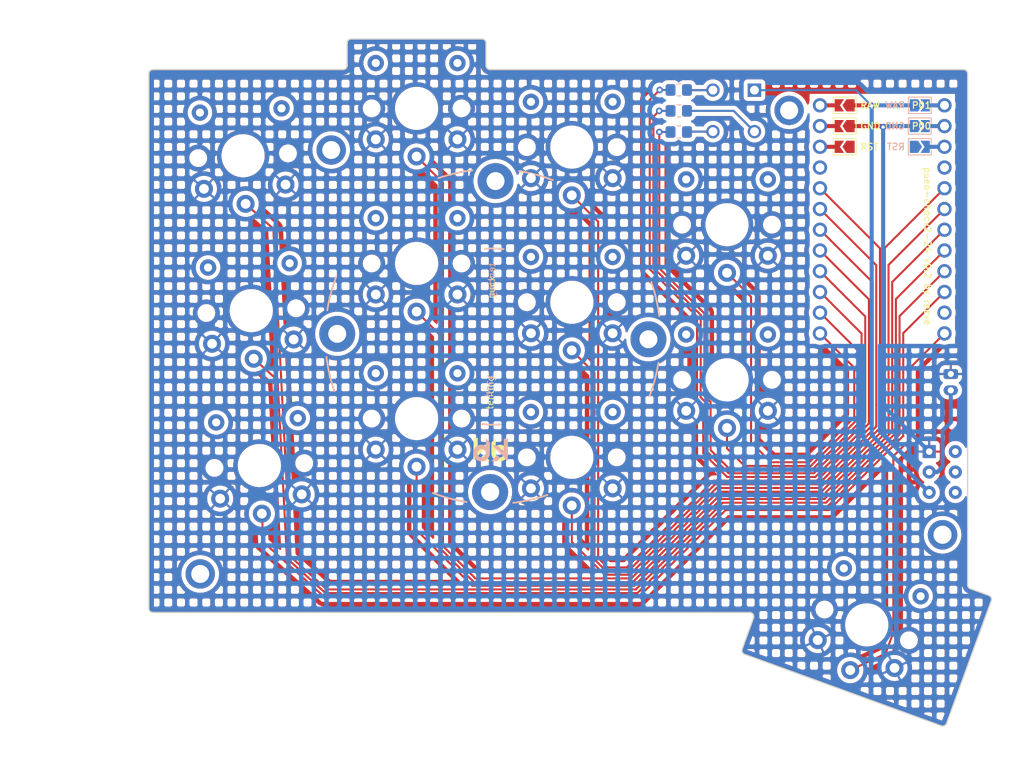
<source format=kicad_pcb>
(kicad_pcb (version 20240108) (generator "pcbnew") (generator_version "8.0")
  (title_block (title "pueo") (rev "0.1") (company "grassfedreeve"))
  (layers (0 "F.Cu" signal) (31 "B.Cu" signal) (34 "B.Paste" user) (35 "F.Paste" user) (36 "B.SilkS" user "B.Silkscreen") (37 "F.SilkS" user "F.Silkscreen") (38 "B.Mask" user) (39 "F.Mask" user) (44 "Edge.Cuts" user))
  (net 0 "")
  (net 1 "P2")
  (net 2 "P6")
  (net 3 "P4")
  (net 4 "P3")
  (net 5 "P5")
  (net 6 "P7")
  (net 7 "P8")
  (net 8 "RAW")
  (net 9 "GND")
  (net 10 "RST")
  (net 11 "P21")
  (net 12 "P20")
  (net 13 "P19")
  (net 14 "P18")
  (net 15 "P15")
  (net 16 "P14")
  (net 17 "P16")
  (net 18 "P10")
  (net 19 "P9")
  (footprint "trochilidae:ChocV2SimpleReversible" (layer "F.Cu") (at 114.654126 66.312127 3)
    (property "Reference" "S4" (hide yes))
    (property "Value" "" (hide yes))
  )
  (footprint "trochilidae:ChocV2SimpleReversible" (layer "F.Cu") (at 190.991616 123.778467 -20)
    (property "Reference" "S13" (hide yes))
    (property "Value" "" (hide yes))
  )
  (footprint "Resistor_SMD:R_0805_2012Metric_Pad1.20x1.40mm_HandSolder" (layer "F.Cu") (at 167.981278 58.254488)
    (property "Reference" "REF**" (hide yes))
    (property "Value" "R_0805_2012Metric_Pad1.20x1.40mm_HandSolder")
  )
  (footprint "trochilidae:ChocV2SimpleReversible" (layer "F.Cu") (at 154.891617 103.258466)
    (property "Reference" "S8" (hide yes))
    (property "Value" "" (hide yes))
  )
  (footprint "" (layer "F.Cu") (at 201.2827 95.04847)
    (property "Reference" "")
    (property "Value" "")
  )
  (footprint "trochilidae:ChocV2SimpleReversible" (layer "F.Cu") (at 115.648508 85.286084 3)
    (property "Reference" "S3" (hide yes))
    (property "Value" "" (hide yes))
  )
  (footprint "trochilidae:ChocV2SimpleReversible" (layer "F.Cu") (at 135.891616 98.50847)
    (property "Reference" "S5" (hide yes))
    (property "Value" "" (hide yes))
  )
  (footprint "" (layer "F.Cu") (at 144.891617 107.508466)
    (property "Reference" "")
    (property "Value" "")
  )
  (footprint "trochilidae:M2MountingHoleSimple" (layer "F.Cu") (at 109.402834 117.541819)
    (property "Reference" "REF**" (hide yes))
    (property "Value" "Val**" (hide yes))
  )
  (footprint "Resistor_SMD:R_0805_2012Metric_Pad1.20x1.40mm_HandSolder" (layer "F.Cu") (at 167.981278 60.817944)
    (property "Reference" "REF**" (hide yes))
    (property "Value" "R_0805_2012Metric_Pad1.20x1.40mm_HandSolder")
  )
  (footprint "trochilidae:ChocV2SimpleReversible" (layer "F.Cu") (at 173.891619 74.758469)
    (property "Reference" "S12" (hide yes))
    (property "Value" "" (hide yes))
  )
  (footprint "trochilidae:M2MountingHoleSimple" (layer "F.Cu") (at 125.439323 65.61308)
    (property "Reference" "REF**" (hide yes))
    (property "Value" "Val**" (hide yes))
  )
  (footprint "" (layer "F.Cu") (at 201.282701 93.048471)
    (property "Reference" "")
    (property "Value" "")
  )
  (footprint "trochilidae:ChocV2SimpleReversible" (layer "F.Cu") (at 173.891617 93.758465)
    (property "Reference" "S11" (hide yes))
    (property "Value" "" (hide yes))
  )
  (footprint "trochilidae:ChocV2SimpleReversible" (layer "F.Cu") (at 154.891618 65.258469)
    (property "Reference" "S10" (hide yes))
    (property "Value" "" (hide yes))
  )
  (footprint "trochilidae:M2MountingHoleSimple" (layer "F.Cu") (at 181.491618 60.758466)
    (property "Reference" "REF**" (hide yes))
    (property "Value" "Val**" (hide yes))
  )
  (footprint "trochilidae:ProMicroSimpleJumper" (layer "F.Cu") (at 192.891618 74.108468 -90)
    (property "Reference" "MCU1" (hide yes))
    (property "Value" "" (hide yes))
  )
  (footprint "trochilidae:ChocV2SimpleReversible" (layer "F.Cu") (at 135.891615 79.508466)
    (property "Reference" "S6" (hide yes))
    (property "Value" "" (hide yes))
  )
  (footprint "trochilidae:ChocV2SimpleReversible" (layer "F.Cu") (at 116.642893 104.260046 3)
    (property "Reference" "S2" (hide yes))
    (property "Value" "" (hide yes))
  )
  (footprint "trochilidae:ChocV2SimpleReversible" (layer "F.Cu") (at 135.891618 60.508467)
    (property "Reference" "S7" (hide yes))
    (property "Value" "" (hide yes))
  )
  (footprint "Resistor_SMD:R_0805_2012Metric_Pad1.20x1.40mm_HandSolder" (layer "F.Cu") (at 167.981279 63.404489)
    (property "Reference" "REF**" (hide yes))
    (property "Value" "R_0805_2012Metric_Pad1.20x1.40mm_HandSolder")
  )
  (footprint "trochilidae:M2MountingHoleSimple" (layer "F.Cu") (at 200.274472 112.742162)
    (property "Reference" "REF**" (hide yes))
    (property "Value" "Val**" (hide yes))
  )
  (footprint "trochilidae:Tenting_Puck2" (layer "F.Cu") (at 145.224085 88.461367 -1)
    (property "Reference" "REF**" (hide yes))
    (property "Value" "Tenting Puck" (hide yes))
  )
  (footprint "" (layer "F.Cu") (at 200.274472 112.742162)
    (property "Reference" "")
    (property "Value" "")
  )
  (footprint "trochilidae:LED_1451" (layer "F.Cu") (at 174.70814 60.817938 -90)
    (property "Reference" "REF**" (hide yes))
    (property "Value" "LED_1451")
  )
  (footprint "trochilidae:ChocV2SimpleReversible" (layer "F.Cu") (at 154.891619 84.258469)
    (property "Reference" "S9" (hide yes))
    (property "Value" "" (hide yes))
  )
  (footprint "Resistor_SMD:R_0805_2012Metric_Pad1.20x1.40mm_HandSolder" (layer "B.Cu") (at 167.981278 58.254488 180)
    (property "Reference" "REF**" (hide yes))
    (property "Value" "R_0805_2012Metric_Pad1.20x1.40mm_HandSolder")
  )
  (footprint "Resistor_SMD:R_0805_2012Metric_Pad1.20x1.40mm_HandSolder" (layer "B.Cu") (at 167.981279 63.404489 180)
    (property "Reference" "REF**" (hide yes))
    (property "Value" "R_0805_2012Metric_Pad1.20x1.40mm_HandSolder")
  )
  (footprint "Button_Switch_THT:SW_E-Switch_EG1271_SPDT" (layer "B.Cu") (at 198.638611 102.553469 -90)
    (property "Reference" "on/off" (hide yes))
    (property "Value" "SW_E-Switch_EG1271_SPDT" (hide yes))
  )
  (footprint "Resistor_SMD:R_0805_2012Metric_Pad1.20x1.40mm_HandSolder" (layer "B.Cu") (at 167.981278 60.817944 180)
    (property "Reference" "REF**" (hide yes))
    (property "Value" "R_0805_2012Metric_Pad1.20x1.40mm_HandSolder")
  )
  (gr_arc (start 127.391617 52.508462) (mid 127.538066 52.154904) (end 127.891618 52.008467) (stroke (width 0.15)) (layer "Edge.Cuts"))
  (gr_line (start 205.937191 120.172699) (end 203.670607 119.347735) (stroke (width 0.15)) (layer "Edge.Cuts"))
  (gr_arc (start 127.391617 55.258467) (mid 127.245171 55.612014) (end 126.891616 55.75847) (stroke (width 0.15)) (layer "Edge.Cuts"))
  (gr_line (start 203.341619 118.877887) (end 203.341618 56.258468) (stroke (width 0.15)) (layer "Edge.Cuts"))
  (gr_arc (start 103.116618 56.258467) (mid 103.263065 55.904907) (end 103.616618 55.758466) (stroke (width 0.15)) (layer "Edge.Cuts"))
  (gr_arc (start 200.763705 135.848639) (mid 200.505172 136.130813) (end 200.122846 136.147473) (stroke (width 0.15)) (layer "Edge.Cuts"))
  (gr_arc (start 144.891616 55.758467) (mid 144.538086 55.612007) (end 144.391618 55.258466) (stroke (width 0.15)) (layer "Edge.Cuts"))
  (gr_line (start 177.135354 122.92948) (end 175.747211 126.74338) (stroke (width 0.15)) (layer "Edge.Cuts"))
  (gr_arc (start 202.841618 55.758469) (mid 203.195189 55.904912) (end 203.341618 56.258468) (stroke (width 0.15)) (layer "Edge.Cuts"))
  (gr_line (start 143.891619 52.008471) (end 127.891618 52.008467) (stroke (width 0.15)) (layer "Edge.Cuts"))
  (gr_line (start 126.891616 55.75847) (end 103.616618 55.758466) (stroke (width 0.15)) (layer "Edge.Cuts"))
  (gr_line (start 103.116618 114.536918) (end 103.116617 121.758467) (stroke (width 0.15)) (layer "Edge.Cuts"))
  (gr_line (start 144.391618 55.258466) (end 144.391617 52.508469) (stroke (width 0.15)) (layer "Edge.Cuts"))
  (gr_arc (start 176.046045 127.384233) (mid 175.76389 127.125697) (end 175.747211 126.74338) (stroke (width 0.15)) (layer "Edge.Cuts"))
  (gr_line (start 200.763705 135.848639) (end 206.236028 120.813557) (stroke (width 0.15)) (layer "Edge.Cuts"))
  (gr_line (start 176.046045 127.384233) (end 200.122846 136.147473) (stroke (width 0.15)) (layer "Edge.Cuts"))
  (gr_line (start 202.841618 55.758469) (end 144.891616 55.758467) (stroke (width 0.15)) (layer "Edge.Cuts"))
  (gr_arc (start 176.665508 122.258469) (mid 177.075122 122.47167) (end 177.135354 122.92948) (stroke (width 0.15)) (layer "Edge.Cuts"))
  (gr_line (start 103.616618 122.258466) (end 176.665508 122.258469) (stroke (width 0.15)) (layer "Edge.Cuts"))
  (gr_line (start 103.116618 56.258467) (end 103.116618 114.536918) (stroke (width 0.15)) (layer "Edge.Cuts"))
  (gr_arc (start 103.616618 122.258466) (mid 103.263089 122.112008) (end 103.116617 121.758467) (stroke (width 0.15)) (layer "Edge.Cuts"))
  (gr_arc (start 205.937192 120.172699) (mid 206.219333 120.431242) (end 206.236027 120.813558) (stroke (width 0.15)) (layer "Edge.Cuts"))
  (gr_arc (start 203.670607 119.347735) (mid 203.432051 119.164674) (end 203.341619 118.877887) (stroke (width 0.15)) (layer "Edge.Cuts"))
  (gr_arc (start 143.891619 52.008471) (mid 144.245193 52.154905) (end 144.391617 52.508469) (stroke (width 0.15)) (layer "Edge.Cuts"))
  (gr_line (start 127.391617 52.508462) (end 127.391617 55.258467) (stroke (width 0.15)) (layer "Edge.Cuts"))
  (gr_text "pueo-chocv2-24 v0.2 by reeve\n\n\n" (at 195.4 67.6 270) (layer "F.SilkS") (effects (font (size 0.8 0.8)) (justify left bottom)))
  (segment (start 172.168143 58.277938) (end 169.004727 58.277939) (width 0.25) (layer "F.Cu") (net 0))
  (segment (start 172.168141 63.357939) (end 169.027834 63.357941) (width 0.25) (layer "F.Cu") (net 0))
  (segment (start 174.70814 60.817938) (end 168.98128 60.817945) (width 0.25) (layer "F.Cu") (net 0))
  (segment (start 169.027834 63.357941) (end 168.981279 63.404489) (width 0.25) (layer "F.Cu") (net 0))
  (segment (start 169.004727 58.277939) (end 168.981278 58.254492) (width 0.25) (layer "F.Cu") (net 0))
  (segment (start 177.248146 63.357937) (end 174.70814 60.817938) (width 0.25) (layer "F.Cu") (net 0))
  (segment (start 174.70814 60.817938) (end 168.98128 60.817945) (width 0.25) (layer "B.Cu") (net 0))
  (segment (start 169.004727 58.277939) (end 168.981278 58.254492) (width 0.25) (layer "B.Cu") (net 0))
  (segment (start 169.027834 63.357941) (end 168.981279 63.404489) (width 0.25) (layer "B.Cu") (net 0))
  (segment (start 201.282699 98.967347) (end 201.2827 95.04847) (width 0.5) (layer "B.Cu") (net 0))
  (segment (start 172.168141 63.357939) (end 169.027834 63.357941) (width 0.25) (layer "B.Cu") (net 0))
  (segment (start 177.248146 63.357937) (end 174.70814 60.817938) (width 0.25) (layer "B.Cu") (net 0))
  (segment (start 199.636706 105.053467) (end 200.282579 104.407599) (width 0.5) (layer "B.Cu") (net 0))
  (segment (start 200.282579 104.407599) (end 200.282582 99.96747) (width 0.5) (layer "B.Cu") (net 0))
  (segment (start 200.282582 99.96747) (end 201.282699 98.967347) (width 0.5) (layer "B.Cu") (net 0))
  (segment (start 172.168143 58.277938) (end 169.004727 58.277939) (width 0.25) (layer "B.Cu") (net 0))
  (segment (start 198.638603 105.053469) (end 199.636706 105.053467) (width 0.5) (layer "B.Cu") (net 0))
  (segment (start 185.271618 70.298469) (end 192.611618 77.63847) (width 0.25) (layer "F.Cu") (net 1))
  (segment (start 185.261617 107.010471) (end 183.836619 107.010469) (width 0.25) (layer "F.Cu") (net 1))
  (segment (start 185.63462 106.637467) (end 185.261617 107.010471) (width 0.25) (layer "F.Cu") (net 1))
  (segment (start 172.610449 107.01047) (end 161.986447 117.634469) (width 0.25) (layer "F.Cu") (net 1))
  (segment (start 180.068619 107.010466) (end 172.610449 107.01047) (width 0.25) (layer "F.Cu") (net 1))
  (segment (start 183.836619 107.010469) (end 180.068619 107.010466) (width 0.25) (layer "F.Cu") (net 1))
  (segment (start 158.898824 117.634468) (end 154.891617 113.627257) (width 0.25) (layer "F.Cu") (net 1))
  (segment (start 192.611614 99.660468) (end 185.63462 106.637467) (width 0.25) (layer "F.Cu") (net 1))
  (segment (start 180.068619 107.010466) (end 179.750615 107.010471) (width 0.25) (layer "F.Cu") (net 1))
  (segment (start 192.611618 77.63847) (end 192.611614 99.660468) (width 0.25) (layer "F.Cu") (net 1))
  (segment (start 154.891617 113.627257) (end 154.891616 109.158466) (width 0.25) (layer "F.Cu") (net 1))
  (segment (start 161.986447 117.634469) (end 158.898824 117.634468) (width 0.25) (layer "F.Cu") (net 1))
  (segment (start 184.516034 105.210464) (end 190.811617 98.914884) (width 0.25) (layer "F.Cu") (net 2))
  (segment (start 174.088827 105.210466) (end 184.516034 105.210464) (width 0.25) (layer "F.Cu") (net 2))
  (segment (start 164.87829 61.529196) (end 164.878289 80.016535) (width 0.25) (layer "F.Cu") (net 2))
  (segment (start 170.666617 92.422627) (end 170.666617 95.90447) (width 0.25) (layer "F.Cu") (net 2))
  (segment (start 166.981279 60.81794) (end 165.58955 60.81794) (width 0.25) (layer "F.Cu") (net 2))
  (segment (start 171.429617 96.667468) (end 171.429618 102.551259) (width 0.25) (layer "F.Cu") (net 2))
  (segment (start 190.811617 85.998471) (end 185.271618 80.458469) (width 0.25) (layer "F.Cu") (net 2))
  (segment (start 171.429618 102.551259) (end 174.088827 105.210466) (width 0.25) (layer "F.Cu") (net 2))
  (segment (start 170.67162 85.809866) (end 170.671619 92.417627) (width 0.25) (layer "F.Cu") (net 2))
  (segment (start 164.878289 80.016535) (end 170.67162 85.809866) (width 0.25) (layer "F.Cu") (net 2))
  (segment (start 170.671619 92.417627) (end 170.666617 92.422627) (width 0.25) (layer "F.Cu") (net 2))
  (segment (start 190.811617 98.914884) (end 190.811617 85.998471) (width 0.25) (layer "F.Cu") (net 2))
  (segment (start 170.666617 95.90447) (end 171.429617 96.667468) (width 0.25) (layer "F.Cu") (net 2))
  (segment (start 165.58955 60.81794) (end 164.87829 61.529196) (width 0.25) (layer "F.Cu") (net 2))
  (via (at 165.58955 60.81794) (size 0.8) (drill 0.4) (layers "F.Cu" "B.Cu") (net 2))
  (segment (start 166.981279 60.81794) (end 165.58955 60.81794) (width 0.25) (layer "B.Cu") (net 2))
  (segment (start 191.711617 95.260468) (end 191.711616 99.287679) (width 0.25) (layer "F.Cu") (net 3))
  (segment (start 172.237661 106.11047) (end 162.703139 115.644987) (width 0.25) (layer "F.Cu") (net 3))
  (segment (start 162.783135 115.564991) (end 161.613658 116.734466) (width 0.25) (layer "F.Cu") (net 3))
  (segment (start 173.291617 106.110467) (end 172.237661 106.11047) (width 0.25) (layer "F.Cu") (net 3))
  (segment (start 191.711618 81.818469) (end 191.711617 95.260468) (width 0.25) (layer "F.Cu") (net 3))
  (segment (start 158.116619 115.579469) (end 158.116616 74.383469) (width 0.25) (layer "F.Cu") (net 3))
  (segment (start 191.711616 99.287679) (end 185.375221 105.624072) (width 0.25) (layer "F.Cu") (net 3))
  (segment (start 161.613658 116.734466) (end 159.271615 116.73447) (width 0.25) (layer "F.Cu") (net 3))
  (segment (start 178.411617 106.110465) (end 173.291617 106.110467) (width 0.25) (layer "F.Cu") (net 3))
  (segment (start 184.888828 106.110469) (end 178.411617 106.110465) (width 0.25) (layer "F.Cu") (net 3))
  (segment (start 185.271618 75.378466) (end 191.711618 81.818469) (width 0.25) (layer "F.Cu") (net 3))
  (segment (start 159.271615 116.73447) (end 158.116619 115.579469) (width 0.25) (layer "F.Cu") (net 3))
  (segment (start 185.375221 105.624072) (end 184.888828 106.110469) (width 0.25) (layer "F.Cu") (net 3))
  (segment (start 158.116616 74.383469) (end 154.891619 71.158467) (width 0.25) (layer "F.Cu") (net 3))
  (segment (start 161.800053 117.184469) (end 159.085225 117.184469) (width 0.25) (layer "F.Cu") (net 4))
  (segment (start 178.921616 106.560468) (end 178.670616 106.560468) (width 0.25) (layer "F.Cu") (net 4))
  (segment (start 172.424054 106.560468) (end 161.800053 117.184469) (width 0.25) (layer "F.Cu") (net 4))
  (segment (start 185.27162 72.838465) (end 192.161621 79.728467) (width 0.25) (layer "F.Cu") (net 4))
  (segment (start 182.599616 106.560469) (end 178.921616 106.560468) (width 0.25) (layer "F.Cu") (net 4))
  (segment (start 192.161615 99.474071) (end 185.184422 106.451271) (width 0.25) (layer "F.Cu") (net 4))
  (segment (start 159.085225 117.184469) (end 157.66662 115.765863) (width 0.25) (layer "F.Cu") (net 4))
  (segment (start 192.161621 79.728467) (end 192.16162 96.860465) (width 0.25) (layer "F.Cu") (net 4))
  (segment (start 178.921616 106.560468) (end 172.424054 106.560468) (width 0.25) (layer "F.Cu") (net 4))
  (segment (start 157.66662 115.765863) (end 157.666622 92.933466) (width 0.25) (layer "F.Cu") (net 4))
  (segment (start 192.16162 96.860465) (end 192.161615 99.474071) (width 0.25) (layer "F.Cu") (net 4))
  (segment (start 185.075222 106.560469) (end 182.599616 106.560469) (width 0.25) (layer "F.Cu") (net 4))
  (segment (start 185.184422 106.451271) (end 185.075222 106.560469) (width 0.25) (layer "F.Cu") (net 4))
  (segment (start 157.666622 92.933466) (end 154.891618 90.158466) (width 0.25) (layer "F.Cu") (net 4))
  (segment (start 170.216617 86.861464) (end 170.216615 95.878471) (width 0.25) (layer "F.Cu") (net 5))
  (segment (start 170.221619 85.99626) (end 170.221617 86.856467) (width 0.25) (layer "F.Cu") (net 5))
  (segment (start 170.979618 102.737655) (end 173.902431 105.660468) (width 0.25) (layer "F.Cu") (net 5))
  (segment (start 164.42829 80.202934) (end 170.221619 85.99626) (width 0.25) (layer "F.Cu") (net 5))
  (segment (start 170.221617 86.856467) (end 170.216617 86.861464) (width 0.25) (layer "F.Cu") (net 5))
  (segment (start 173.902431 105.660468) (end 184.702429 105.660467) (width 0.25) (layer "F.Cu") (net 5))
  (segment (start 191.261615 99.101281) (end 191.261619 83.908467) (width 0.25) (layer "F.Cu") (net 5))
  (segment (start 170.216615 96.090865) (end 170.979618 96.853863) (width 0.25) (layer "F.Cu") (net 5))
  (segment (start 165.652995 58.25449) (end 164.428288 59.479195) (width 0.25) (layer "F.Cu") (net 5))
  (segment (start 164.428288 59.479195) (end 164.42829 80.202934) (width 0.25) (layer "F.Cu") (net 5))
  (segment (start 166.98128 58.254495) (end 165.652995 58.25449) (width 0.25) (layer "F.Cu") (net 5))
  (segment (start 191.261619 83.908467) (end 185.271618 77.918466) (width 0.25) (layer "F.Cu") (net 5))
  (segment (start 170.216615 95.878471) (end 170.216615 96.090865) (width 0.25) (layer "F.Cu") (net 5))
  (segment (start 170.979618 96.853863) (end 170.979618 102.737655) (width 0.25) (layer "F.Cu") (net 5))
  (segment (start 184.702429 105.660467) (end 191.261615 99.101281) (width 0.25) (layer "F.Cu") (net 5))
  (via (at 165.652995 58.25449) (size 0.8) (drill 0.4) (layers "F.Cu" "B.Cu") (net 5))
  (segment (start 166.98128 58.254495) (end 165.652995 58.25449) (width 0.25) (layer "B.Cu") (net 5))
  (segment (start 171.12162 85.623464) (end 171.121617 92.604026) (width 0.25) (layer "F.Cu") (net 6))
  (segment (start 166.981279 63.40449) (end 165.603292 63.404489) (width 0.25) (layer "F.Cu") (net 6))
  (segment (start 190.361618 98.72849) (end 186.120629 102.969479) (width 0.25) (layer "F.Cu") (net 6))
  (segment (start 186.120629 102.969479) (end 186.02063 103.069478) (width 0.25) (layer "F.Cu") (net 6))
  (segment (start 185.271617 82.998468) (end 190.361616 88.088467) (width 0.25) (layer "F.Cu") (net 6))
  (segment (start 166.506284 63.879494) (end 166.981279 63.40449) (width 0.25) (layer "F.Cu") (net 6))
  (segment (start 165.603292 63.404489) (end 165.603291 80.105145) (width 0.25) (layer "F.Cu") (net 6))
  (segment (start 184.329635 104.760466) (end 186.120629 102.969479) (width 0.25) (layer "F.Cu") (net 6))
  (segment (start 190.361616 88.088467) (end 190.361618 98.72849) (width 0.25) (layer "F.Cu") (net 6))
  (segment (start 171.121617 92.604026) (end 171.11662 92.609026) (width 0.25) (layer "F.Cu") (net 6))
  (segment (start 171.116618 95.718071) (end 171.879618 96.481071) (width 0.25) (layer "F.Cu") (net 6))
  (segment (start 165.603291 80.105145) (end 171.12162 85.623464) (width 0.25) (layer "F.Cu") (net 6))
  (segment (start 171.87962 102.364863) (end 174.275223 104.760468) (width 0.25) (layer "F.Cu") (net 6))
  (segment (start 171.11662 92.609026) (end 171.116618 95.718071) (width 0.25) (layer "F.Cu") (net 6))
  (segment (start 174.275223 104.760468) (end 184.329635 104.760466) (width 0.25) (layer "F.Cu") (net 6))
  (segment (start 171.879618 96.481071) (end 171.87962 102.364863) (width 0.25) (layer "F.Cu") (net 6))
  (via (at 165.603292 63.404489) (size 0.8) (drill 0.4) (layers "F.Cu" "B.Cu") (net 6))
  (segment (start 166.981279 63.40449) (end 165.603292 63.404489) (width 0.25) (layer "B.Cu") (net 6))
  (segment (start 189.911616 98.542093) (end 186.502432 101.951278) (width 0.25) (layer "F.Cu") (net 7))
  (segment (start 186.502432 101.951278) (end 186.40243 102.051282) (width 0.25) (layer "F.Cu") (net 7))
  (segment (start 189.911619 98.260468) (end 189.911616 98.542093) (width 0.25) (layer "F.Cu") (net 7))
  (segment (start 185.271616 85.53847) (end 189.911618 90.178467) (width 0.25) (layer "F.Cu") (net 7))
  (segment (start 176.046617 104.310469) (end 173.891618 102.155465) (width 0.25) (layer "F.Cu") (net 7))
  (segment (start 184.143242 104.310467) (end 176.046617 104.310469) (width 0.25) (layer "F.Cu") (net 7))
  (segment (start 173.891618 102.155465) (end 173.891619 99.658466) (width 0.25) (layer "F.Cu") (net 7))
  (segment (start 189.911618 90.178467) (end 189.911619 98.260468) (width 0.25) (layer "F.Cu") (net 7))
  (segment (start 186.502432 101.951278) (end 184.143242 104.310467) (width 0.25) (layer "F.Cu") (net 7))
  (segment (start 189.016619 60.138467) (end 191.538467 60.138467) (width 0.5) (layer "F.Cu") (net 8))
  (segment (start 191.538467 60.138467) (end 191.6 60.2) (width 0.5) (layer "F.Cu") (net 8))
  (via (at 191.6 60.2) (size 0.8) (drill 0.4) (layers "F.Cu" "B.Cu") (net 8))
  (segment (start 191.6 60.2) (end 189.677937 58.277937) (width 0.25) (layer "B.Cu") (net 8))
  (segment (start 177.248143 58.277939) (end 177.396733 58.129343) (width 0.25) (layer "B.Cu") (net 8))
  (segment (start 198.638619 107.553467) (end 191.6 100.514848) (width 0.5) (layer "B.Cu") (net 8))
  (segment (start 189.677937 58.277937) (end 177.248141 58.277937) (width 0.25) (layer "B.Cu") (net 8))
  (segment (start 191.661532 60.138468) (end 191.6 60.2) (width 0.5) (layer "B.Cu") (net 8))
  (segment (start 191.6 100.514848) (end 191.6 60.2) (width 0.5) (layer "B.Cu") (net 8))
  (segment (start 196.76662 60.138468) (end 191.661532 60.138468) (width 0.5) (layer "B.Cu") (net 8))
  (segment (start 189.016618 62.678467) (end 192.878467 62.678467) (width 0.5) (layer "F.Cu") (net 9))
  (segment (start 192.878467 62.678467) (end 193 62.8) (width 0.5) (layer "F.Cu") (net 9))
  (via (at 193 62.8) (size 0.8) (drill 0.4) (layers "F.Cu" "B.Cu") (net 9))
  (segment (start 198.638611 102.553469) (end 193 96.914858) (width 0.5) (layer "B.Cu") (net 9))
  (segment (start 196.766617 62.678468) (end 193.121532 62.678468) (width 0.5) (layer "B.Cu") (net 9))
  (segment (start 193 96.914858) (end 193 62.8) (width 0.5) (layer "B.Cu") (net 9))
  (segment (start 193.121532 62.678468) (end 193 62.8) (width 0.5) (layer "B.Cu") (net 9))
  (segment (start 181.144614 107.460467) (end 181.011617 107.460467) (width 0.25) (layer "F.Cu") (net 11))
  (segment (start 193.211618 99.696861) (end 185.622317 107.286164) (width 0.25) (layer "F.Cu") (net 11))
  (segment (start 185.622317 107.286164) (end 185.448016 107.460466) (width 0.25) (layer "F.Cu") (net 11))
  (segment (start 184.638617 107.460465) (end 184.447617 107.460469) (width 0.25) (layer "F.Cu") (net 11))
  (segment (start 172.796843 107.460466) (end 162.172845 118.084466) (width 0.25) (layer "F.Cu") (net 11))
  (segment (start 162.172845 118.084466) (end 143.083013 118.084466) (width 0.25) (layer "F.Cu") (net 11))
  (segment (start 139.116618 114.118071) (end 139.11662 69.63347) (width 0.25) (layer "F.Cu") (net 11))
  (segment (start 143.083013 118.084466) (end 139.116618 114.118071) (width 0.25) (layer "F.Cu") (net 11))
  (segment (start 185.448016 107.460466) (end 184.638617 107.460465) (width 0.25) (layer "F.Cu") (net 11))
  (segment (start 184.638617 107.460465) (end 181.144614 107.460467) (width 0.25) (layer "F.Cu") (net 11))
  (segment (start 181.144614 107.460467) (end 172.796843 107.460466) (width 0.25) (layer "F.Cu") (net 11))
  (segment (start 200.511616 70.298467) (end 193.211617 77.598467) (width 0.25) (layer "F.Cu") (net 11))
  (segment (start 193.211617 77.598467) (end 193.211618 99.696861) (width 0.25) (layer "F.Cu") (net 11))
  (segment (start 139.11662 69.63347) (end 135.891617 66.408471) (width 0.25) (layer "F.Cu") (net 11))
  (segment (start 193.661614 99.88326) (end 186.04801 107.496864) (width 0.25) (layer "F.Cu") (net 12))
  (segment (start 184.975619 107.910467) (end 181.660619 107.910468) (width 0.25) (layer "F.Cu") (net 12))
  (segment (start 159.558618 118.53447) (end 142.896616 118.534468) (width 0.25) (layer "F.Cu") (net 12))
  (segment (start 138.666617 88.183469) (end 138.666616 114.304467) (width 0.25) (layer "F.Cu") (net 12))
  (segment (start 186.04801 107.496864) (end 185.63441 107.910467) (width 0.25) (layer "F.Cu") (net 12))
  (segment (start 172.983243 107.910468) (end 162.359242 118.534469) (width 0.25) (layer "F.Cu") (net 12))
  (segment (start 159.681618 118.534468) (end 159.558618 118.53447) (width 0.25) (layer "F.Cu") (net 12))
  (segment (start 200.511618 72.838466) (end 193.661618 79.688467) (width 0.25) (layer "F.Cu") (net 12))
  (segment (start 138.666616 114.304467) (end 142.896616 118.534468) (width 0.25) (layer "F.Cu") (net 12))
  (segment (start 162.359242 118.534469) (end 159.681618 118.534468) (width 0.25) (layer "F.Cu") (net 12))
  (segment (start 135.891618 85.408469) (end 138.666617 88.183469) (width 0.25) (layer "F.Cu") (net 12))
  (segment (start 193.661618 95.660469) (end 193.661614 99.88326) (width 0.25) (layer "F.Cu") (net 12))
  (segment (start 181.660619 107.910468) (end 172.983243 107.910468) (width 0.25) (layer "F.Cu") (net 12))
  (segment (start 185.63441 107.910467) (end 184.975619 107.910467) (width 0.25) (layer "F.Cu") (net 12))
  (segment (start 193.661618 79.688467) (end 193.661618 95.660469) (width 0.25) (layer "F.Cu") (net 12))
  (segment (start 194.111617 81.778469) (end 194.111618 83.682072) (width 0.25) (layer "F.Cu") (net 13))
  (segment (start 162.545637 118.98447) (end 158.849617 118.984466) (width 0.25) (layer "F.Cu") (net 13))
  (segment (start 173.169638 108.360467) (end 162.545637 118.98447) (width 0.25) (layer "F.Cu") (net 13))
  (segment (start 187.166212 107.01506) (end 185.820806 108.360465) (width 0.25) (layer "F.Cu") (net 13))
  (segment (start 194.111618 83.682072) (end 194.111617 100.069657) (width 0.25) (layer "F.Cu") (net 13))
  (segment (start 135.891618 112.165865) (end 135.891621 104.408469) (width 0.25) (layer "F.Cu") (net 13))
  (segment (start 194.111617 100.069657) (end 187.166212 107.01506) (width 0.25) (layer "F.Cu") (net 13))
  (segment (start 182.256618 108.360468) (end 182.06862 108.360468) (width 0.25) (layer "F.Cu") (net 13))
  (segment (start 142.710221 118.984468) (end 135.891618 112.165865) (width 0.25) (layer "F.Cu") (net 13))
  (segment (start 158.77862 118.984466) (end 158.590619 118.984468) (width 0.25) (layer "F.Cu") (net 13))
  (segment (start 185.448018 108.360469) (end 182.256618 108.360468) (width 0.25) (layer "F.Cu") (net 13))
  (segment (start 158.849617 118.984466) (end 142.710221 118.984468) (width 0.25) (layer "F.Cu") (net 13))
  (segment (start 185.820806 108.360465) (end 185.448018 108.360469) (width 0.25) (layer "F.Cu") (net 13))
  (segment (start 182.256618 108.360468) (end 173.169638 108.360467) (width 0.25) (layer "F.Cu") (net 13))
  (segment (start 194.111617 81.778469) (end 200.511618 75.378468) (width 0.25) (layer "F.Cu") (net 13))
  (segment (start 158.849617 118.984466) (end 158.77862 118.984466) (width 0.25) (layer "F.Cu") (net 13))
  (segment (start 157.846614 119.43447) (end 124.91568 119.434467) (width 0.25) (layer "F.Cu") (net 14))
  (segment (start 118.352273 75.255841) (end 120.271957 111.885622) (width 0.25) (layer "F.Cu") (net 14))
  (segment (start 186.007202 108.810465) (end 173.356033 108.810465) (width 0.25) (layer "F.Cu") (net 14))
  (segment (start 162.732032 119.434466) (end 157.846614 119.43447) (width 0.25) (layer "F.Cu") (net 14))
  (segment (start 200.511617 77.918467) (end 194.561621 83.868471) (width 0.25) (layer "F.Cu") (net 14))
  (segment (start 120.271957 111.885622) (end 120.457189 115.420022) (width 0.25) (layer "F.Cu") (net 14))
  (segment (start 173.356033 108.810465) (end 162.732032 119.434466) (width 0.25) (layer "F.Cu") (net 14))
  (segment (start 114.962905 72.204043) (end 118.352273 75.255841) (width 0.25) (layer "F.Cu") (net 14))
  (segment (start 194.561617 100.256051) (end 186.007202 108.810465) (width 0.25) (layer "F.Cu") (net 14))
  (segment (start 194.561621 83.868471) (end 194.561617 100.256051) (width 0.25) (layer "F.Cu") (net 14))
  (segment (start 120.457189 115.420022) (end 124.91568 119.434467) (width 0.25) (layer "F.Cu") (net 14))
  (segment (start 195.011616 85.958466) (end 195.011614 100.442448) (width 0.25) (layer "F.Cu") (net 15))
  (segment (start 186.193597 109.260467) (end 173.542429 109.260469) (width 0.25) (layer "F.Cu") (net 15))
  (segment (start 157.960616 119.884465) (end 157.351617 119.884469) (width 0.25) (layer "F.Cu") (net 15))
  (segment (start 120.01756 115.629716) (end 124.742944 119.884468) (width 0.25) (layer "F.Cu") (net 15))
  (segment (start 124.742944 119.884468) (end 124.793005 119.884469) (width 0.25) (layer "F.Cu") (net 15))
  (segment (start 124.793005 119.884469) (end 124.793064 119.884465) (width 0.25) (layer "F.Cu") (net 15))
  (segment (start 162.91843 119.884469) (end 157.960616 119.884465) (width 0.25) (layer "F.Cu") (net 15))
  (segment (start 118.87372 93.803963) (end 120.01756 115.629716) (width 0.25) (layer "F.Cu") (net 15))
  (segment (start 115.95729 91.177999) (end 118.87372 93.803963) (width 0.25) (layer "F.Cu") (net 15))
  (segment (start 200.511617 80.458466) (end 195.011616 85.958466) (width 0.25) (layer "F.Cu") (net 15))
  (segment (start 124.793064 119.884465) (end 157.960616 119.884465) (width 0.25) (layer "F.Cu") (net 15))
  (segment (start 195.011614 100.442448) (end 186.193597 109.260467) (width 0.25) (layer "F.Cu") (net 15))
  (segment (start 173.542429 109.260469) (end 162.91843 119.884469) (width 0.25) (layer "F.Cu") (net 15))
  (segment (start 195.461617 100.628842) (end 186.379993 109.71047) (width 0.25) (layer "F.Cu") (net 16))
  (segment (start 117.134438 113.639275) (end 124.570202 120.334469) (width 0.25) (layer "F.Cu") (net 16))
  (segment (start 173.728826 109.71047) (end 163.104825 120.334464) (width 0.25) (layer "F.Cu") (net 16))
  (segment (start 156.927619 120.334468) (end 124.713504 120.334469) (width 0.25) (layer "F.Cu") (net 16))
  (segment (start 186.379993 109.71047) (end 173.728826 109.71047) (width 0.25) (layer "F.Cu") (net 16))
  (segment (start 156.927619 120.334468) (end 156.693616 120.334463) (width 0.25) (layer "F.Cu") (net 16))
  (segment (start 195.46162 88.048466) (end 195.461617 100.628842) (width 0.25) (layer "F.Cu") (net 16))
  (segment (start 163.104825 120.334464) (end 156.927619 120.334468) (width 0.25) (layer "F.Cu") (net 16))
  (segment (start 200.511614 82.998467) (end 195.46162 88.048466) (width 0.25) (layer "F.Cu") (net 16))
  (segment (start 117.111093 113.193842) (end 117.134438 113.639275) (width 0.25) (layer "F.Cu") (net 16))
  (segment (start 116.951675 110.15196) (end 117.111093 113.193842) (width 0.25) (layer "F.Cu") (net 16))
  (segment (start 124.570202 120.334469) (end 124.713504 120.334469) (width 0.25) (layer "F.Cu") (net 16))
  (segment (start 195.657204 101.706053) (end 195.657202 101.706052) (width 0.25) (layer "F.Cu") (net 18))
  (segment (start 200.511617 88.078465) (end 196.361617 92.228467) (width 0.25) (layer "F.Cu") (net 18))
  (segment (start 193.298729 127.305857) (end 194.250642 124.6905) (width 0.25) (layer "F.Cu") (net 18))
  (segment (start 196.361613 101.001635) (end 195.742702 101.620551) (width 0.25) (layer "F.Cu") (net 18))
  (segment (start 196.361617 92.228467) (end 196.361613 101.001635) (width 0.25) (layer "F.Cu") (net 18))
  (segment (start 188.973697 129.322653) (end 193.298729 127.305857) (width 0.25) (layer "F.Cu") (net 18))
  (segment (start 195.742702 101.620551) (end 195.657204 101.706053) (width 0.25) (layer "F.Cu") (net 18))
  (segment (start 194.250642 124.6905) (end 194.250643 103.112615) (width 0.25) (layer "F.Cu") (net 18))
  (segment (start 195.657202 101.706052) (end 194.250643 103.112615) (width 0.25) (layer "F.Cu") (net 18))
  (segment (start 187.884233 99.933081) (end 183.956845 103.86047) (width 0.25) (layer "F.Cu") (net 19))
  (segment (start 179.273618 103.860466) (end 176.833614 101.420471) (width 0.25) (layer "F.Cu") (net 19))
  (segment (start 189.461621 92.268465) (end 189.461617 96.060467) (width 0.25) (layer "F.Cu") (net 19))
  (segment (start 176.833617 83.60047) (end 173.891614 80.658468) (width 0.25) (layer "F.Cu") (net 19))
  (segment (start 183.956845 103.86047) (end 179.273618 103.860466) (width 0.25) (layer "F.Cu") (net 19))
  (segment (start 176.833614 101.420471) (end 176.833617 83.60047) (width 0.25) (layer "F.Cu") (net 19))
  (segment (start 187.884233 99.933081) (end 187.684233 100.13308) (width 0.25) (layer "F.Cu") (net 19))
  (segment (start 185.271618 88.078467) (end 189.461621 92.268465) (width 0.25) (layer "F.Cu") (net 19))
  (segment (start 189.461617 96.060467) (end 189.46162 98.355697) (width 0.25) (layer "F.Cu") (net 19))
  (segment (start 189.46162 98.355697) (end 187.884233 99.933081) (width 0.25) (layer "F.Cu") (net 19))
  (zone (net 9) (net_name "GND") (layers "F&B.Cu") (connect_pads (clearance 0.508)) (min_thickness 0.25) (fill yes (mode hatch) (thermal_gap 0.5) (thermal_bridge_width 0.25) (hatch_thickness 0.55) (hatch_gap 1) (hatch_orientation 0) (hatch_smoothing_level 1) (hatch_smoothing_value 0.2) (hatch_border_algorithm hatch_thickness) (hatch_min_hole_area 0.3))
    (polygon (pts (xy 210.263621 140.209465) (xy 209.895564 47.235698) (xy 84.895566 47.235703) (xy 84.895566 132.2357)))
  )
)
</source>
